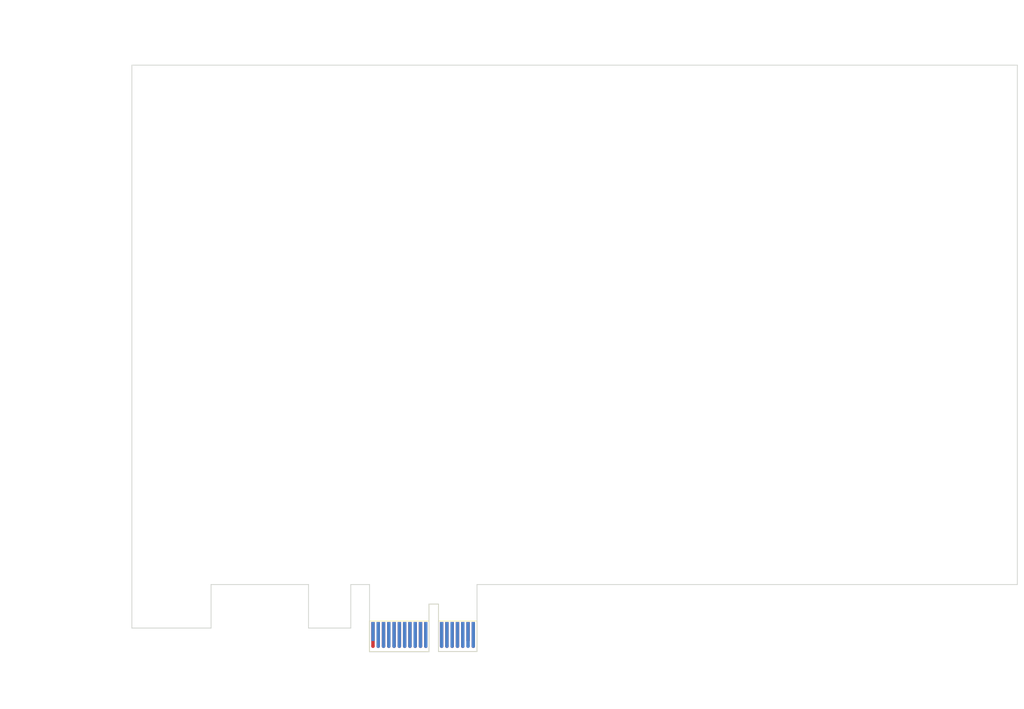
<source format=kicad_pcb>
(kicad_pcb (version 20171130) (host pcbnew "(6.0.0-rc1-dev-1412-g83d851956)")

  (general
    (thickness 1.6)
    (drawings 39)
    (tracks 0)
    (zones 0)
    (modules 3)
    (nets 1)
  )

  (page A4)
  (layers
    (0 F.Cu signal)
    (1 In1.Cu_GND power)
    (2 In2.Cu_VCC power)
    (3 In3.Cu_VCC power)
    (4 In4.Cu_GND power)
    (31 B.Cu signal)
    (32 B.Adhes user)
    (33 F.Adhes user)
    (34 B.Paste user)
    (35 F.Paste user)
    (36 B.SilkS user)
    (37 F.SilkS user)
    (38 B.Mask user)
    (39 F.Mask user)
    (40 Dwgs.User user)
    (41 Cmts.User user)
    (42 Eco1.User user)
    (43 Eco2.User user)
    (44 Edge.Cuts user)
    (45 Margin user)
    (46 B.CrtYd user)
    (47 F.CrtYd user)
    (48 B.Fab user)
    (49 F.Fab user)
  )

  (setup
    (last_trace_width 0.25)
    (trace_clearance 0.2)
    (zone_clearance 0.508)
    (zone_45_only no)
    (trace_min 0.2)
    (via_size 0.8)
    (via_drill 0.4)
    (via_min_size 0.4)
    (via_min_drill 0.3)
    (uvia_size 0.3)
    (uvia_drill 0.1)
    (uvias_allowed no)
    (uvia_min_size 0.2)
    (uvia_min_drill 0.1)
    (edge_width 0.15)
    (segment_width 0.2)
    (pcb_text_width 0.3)
    (pcb_text_size 1.5 1.5)
    (mod_edge_width 0.15)
    (mod_text_size 1 1)
    (mod_text_width 0.15)
    (pad_size 1.524 1.524)
    (pad_drill 0.762)
    (pad_to_mask_clearance 0.2)
    (solder_mask_min_width 0.25)
    (aux_axis_origin 0 0)
    (grid_origin 55 145)
    (visible_elements 7FFFFFFF)
    (pcbplotparams
      (layerselection 0x00030_ffffffff)
      (usegerberextensions false)
      (usegerberattributes false)
      (usegerberadvancedattributes false)
      (creategerberjobfile false)
      (excludeedgelayer true)
      (linewidth 0.100000)
      (plotframeref false)
      (viasonmask false)
      (mode 1)
      (useauxorigin false)
      (hpglpennumber 1)
      (hpglpenspeed 20)
      (hpglpendiameter 15.000000)
      (psnegative false)
      (psa4output false)
      (plotreference true)
      (plotvalue true)
      (plotinvisibletext false)
      (padsonsilk false)
      (subtractmaskfromsilk false)
      (outputformat 1)
      (mirror false)
      (drillshape 0)
      (scaleselection 1)
      (outputdirectory ""))
  )

  (net 0 "")

  (net_class Default "This is the default net class."
    (clearance 0.2)
    (trace_width 0.25)
    (via_dia 0.8)
    (via_drill 0.4)
    (uvia_dia 0.3)
    (uvia_drill 0.1)
  )

  (module MountingHole:MountingHole_3.2mm_M3 (layer F.Cu) (tedit 56D1B4CB) (tstamp 5CA5C55C)
    (at 62.5 140.15)
    (descr "Mounting Hole 3.2mm, no annular, M3")
    (tags "mounting hole 3.2mm no annular m3")
    (path /5CA4BBD0)
    (attr virtual)
    (fp_text reference H2 (at 0 -4.2) (layer F.SilkS) hide
      (effects (font (size 1 1) (thickness 0.15)))
    )
    (fp_text value MountingHole (at 0 4.2) (layer F.Fab)
      (effects (font (size 1 1) (thickness 0.15)))
    )
    (fp_circle (center 0 0) (end 3.45 0) (layer F.CrtYd) (width 0.05))
    (fp_circle (center 0 0) (end 3.2 0) (layer Cmts.User) (width 0.15))
    (fp_text user %R (at 0.3 0) (layer F.Fab)
      (effects (font (size 1 1) (thickness 0.15)))
    )
    (pad 1 np_thru_hole circle (at 0 0) (size 3.2 3.2) (drill 3.2) (layers *.Cu *.Mask))
  )

  (module MountingHole:MountingHole_3.2mm_M3 (layer F.Cu) (tedit 56D1B4CB) (tstamp 5CA5C888)
    (at 62.5 54.75)
    (descr "Mounting Hole 3.2mm, no annular, M3")
    (tags "mounting hole 3.2mm no annular m3")
    (path /5CA4B3D3)
    (attr virtual)
    (fp_text reference H1 (at 0 -4.2) (layer F.SilkS) hide
      (effects (font (size 1 1) (thickness 0.15)))
    )
    (fp_text value MountingHole (at 0 4.2) (layer F.Fab)
      (effects (font (size 1 1) (thickness 0.15)))
    )
    (fp_circle (center 0 0) (end 3.45 0) (layer F.CrtYd) (width 0.05))
    (fp_circle (center 0 0) (end 3.2 0) (layer Cmts.User) (width 0.15))
    (fp_text user %R (at 0.3 0) (layer F.Fab)
      (effects (font (size 1 1) (thickness 0.15)))
    )
    (pad 1 np_thru_hole circle (at 0 0) (size 3.2 3.2) (drill 3.2) (layers *.Cu *.Mask))
  )

  (module Connector_PCBEdge:BUS_PCIexpress (layer F.Cu) (tedit 5A1AAD55) (tstamp 5CA5BD91)
    (at 100.65 145.65)
    (descr "PCIexpress Bus Edge Connector")
    (tags "PCIexpress Bus Edge Connector")
    (path /5CA480EA)
    (attr virtual)
    (fp_text reference J1 (at 5.05 -3.31) (layer F.SilkS) hide
      (effects (font (size 1 1) (thickness 0.15)))
    )
    (fp_text value Bus_PCI_Express_Mini (at 0 5.4) (layer F.Fab) hide
      (effects (font (size 1 1) (thickness 0.15)))
    )
    (fp_line (start 19.95 4.05) (end -0.95 4.05) (layer F.CrtYd) (width 0.05))
    (fp_line (start 19.95 4.05) (end 19.95 -5.45) (layer F.CrtYd) (width 0.05))
    (fp_line (start -0.95 -5.45) (end -0.95 4.05) (layer F.CrtYd) (width 0.05))
    (fp_line (start -0.95 -5.45) (end 19.95 -5.45) (layer F.CrtYd) (width 0.05))
    (fp_line (start 19.7 -2) (end 19.7 3.8) (layer F.SilkS) (width 0.12))
    (fp_line (start 12.4 -2) (end 12.4 3.8) (layer F.SilkS) (width 0.12))
    (fp_line (start 12.4 3.8) (end 19.7 3.8) (layer F.SilkS) (width 0.12))
    (fp_line (start 19.7 -2) (end 12.4 -2) (layer F.SilkS) (width 0.12))
    (fp_line (start -0.7 3.8) (end -0.7 -2) (layer F.SilkS) (width 0.12))
    (fp_line (start 10.6 3.8) (end -0.7 3.8) (layer F.SilkS) (width 0.12))
    (fp_line (start 10.6 -2) (end 10.6 3.8) (layer F.SilkS) (width 0.12))
    (fp_line (start -0.7 -2) (end 10.6 -2) (layer F.SilkS) (width 0.12))
    (fp_line (start 12.4 -5.2) (end 12.4 -2) (layer F.SilkS) (width 0.12))
    (fp_line (start 10.6 -5.2) (end 12.4 -5.2) (layer F.SilkS) (width 0.12))
    (fp_line (start 10.6 -2) (end 10.6 -5.2) (layer F.SilkS) (width 0.12))
    (fp_text user %R (at 9.5 0.662) (layer F.Fab)
      (effects (font (size 1 1) (thickness 0.15)))
    )
    (pad "" connect oval (at 1 2.8 90) (size 0.65 0.65) (layers B.Cu B.Mask))
    (pad "" connect oval (at 19 2.8 90) (size 0.65 0.65) (layers B.Cu B.Mask))
    (pad "" connect oval (at 18 2.8 90) (size 0.65 0.65) (layers B.Cu B.Mask))
    (pad "" connect oval (at 13 2.8 90) (size 0.65 0.65) (layers B.Cu B.Mask))
    (pad "" connect oval (at 10 2.8 90) (size 0.65 0.65) (layers B.Cu B.Mask))
    (pad "" connect oval (at 17 2.8 90) (size 0.65 0.65) (layers B.Cu B.Mask))
    (pad "" connect oval (at 14 2.8 90) (size 0.65 0.65) (layers B.Cu B.Mask))
    (pad "" connect oval (at 2 2.8 90) (size 0.65 0.65) (layers B.Cu B.Mask))
    (pad "" connect oval (at 16 2.8 90) (size 0.65 0.65) (layers B.Cu B.Mask))
    (pad "" connect oval (at 15 2.8 90) (size 0.65 0.65) (layers B.Cu B.Mask))
    (pad "" connect oval (at 9 2.8 90) (size 0.65 0.65) (layers B.Cu B.Mask))
    (pad "" connect oval (at 8 2.8 90) (size 0.65 0.65) (layers B.Cu B.Mask))
    (pad "" connect oval (at 7 2.8 90) (size 0.65 0.65) (layers B.Cu B.Mask))
    (pad "" connect oval (at 6 2.8 90) (size 0.65 0.65) (layers B.Cu B.Mask))
    (pad "" connect oval (at 5 2.8 90) (size 0.65 0.65) (layers B.Cu B.Mask))
    (pad "" connect oval (at 4 2.8 90) (size 0.65 0.65) (layers B.Cu B.Mask))
    (pad "" connect oval (at 3 2.8 90) (size 0.65 0.65) (layers B.Cu B.Mask))
    (pad "" connect circle (at 1 2.8) (size 0.65 0.65) (layers F.Cu F.Mask))
    (pad "" connect circle (at 17 2.8) (size 0.65 0.65) (layers F.Cu F.Mask))
    (pad "" connect circle (at 16 2.8) (size 0.65 0.65) (layers F.Cu F.Mask))
    (pad "" connect circle (at 15 2.8) (size 0.65 0.65) (layers F.Cu F.Mask))
    (pad "" connect circle (at 14 2.8) (size 0.65 0.65) (layers F.Cu F.Mask))
    (pad "" connect circle (at 13 2.8) (size 0.65 0.65) (layers F.Cu F.Mask))
    (pad "" connect circle (at 0 2.8) (size 0.65 0.65) (layers F.Cu F.Mask))
    (pad "" connect circle (at 10 2.8) (size 0.65 0.65) (layers F.Cu F.Mask))
    (pad "" connect circle (at 9 2.8) (size 0.65 0.65) (layers F.Cu F.Mask))
    (pad "" connect circle (at 8 2.8) (size 0.65 0.65) (layers F.Cu F.Mask))
    (pad "" connect circle (at 7 2.8) (size 0.65 0.65) (layers F.Cu F.Mask))
    (pad "" connect circle (at 6 2.8) (size 0.65 0.65) (layers F.Cu F.Mask))
    (pad "" connect circle (at 5 2.8) (size 0.65 0.65) (layers F.Cu F.Mask))
    (pad "" connect circle (at 4 2.8) (size 0.65 0.65) (layers F.Cu F.Mask))
    (pad "" connect circle (at 3 2.8) (size 0.65 0.65) (layers F.Cu F.Mask))
    (pad "" connect circle (at 2 2.8) (size 0.65 0.65) (layers F.Cu F.Mask))
    (pad A13 connect rect (at 14 0.5) (size 0.65 4.6) (layers B.Cu B.Mask))
    (pad A12 connect rect (at 13 0.5) (size 0.65 4.6) (layers B.Cu B.Mask))
    (pad A18 connect rect (at 19 0.5) (size 0.65 4.6) (layers B.Cu B.Mask))
    (pad A17 connect rect (at 18 0.5) (size 0.65 4.6) (layers B.Cu B.Mask))
    (pad A16 connect rect (at 17 0.5) (size 0.65 4.6) (layers B.Cu B.Mask))
    (pad A15 connect rect (at 16 0.5) (size 0.65 4.6) (layers B.Cu B.Mask))
    (pad A14 connect rect (at 15 0.5) (size 0.65 4.6) (layers B.Cu B.Mask))
    (pad A11 connect rect (at 10 0.5) (size 0.65 4.6) (layers B.Cu B.Mask))
    (pad A10 connect rect (at 9 0.5) (size 0.65 4.6) (layers B.Cu B.Mask))
    (pad A9 connect rect (at 8 0.5) (size 0.65 4.6) (layers B.Cu B.Mask))
    (pad A8 connect rect (at 7 0.5) (size 0.65 4.6) (layers B.Cu B.Mask))
    (pad A7 connect rect (at 6 0.5) (size 0.65 4.6) (layers B.Cu B.Mask))
    (pad A6 connect rect (at 5 0.5) (size 0.65 4.6) (layers B.Cu B.Mask))
    (pad A5 connect rect (at 4 0.5) (size 0.65 4.6) (layers B.Cu B.Mask))
    (pad A4 connect rect (at 3 0.5) (size 0.65 4.6) (layers B.Cu B.Mask))
    (pad A3 connect rect (at 2 0.5) (size 0.65 4.6) (layers B.Cu B.Mask))
    (pad A2 connect rect (at 1 0.5) (size 0.65 4.6) (layers B.Cu B.Mask))
    (pad A1 connect rect (at 0 0) (size 0.65 3.6) (layers B.Cu B.Mask))
    (pad B13 connect rect (at 14 0.5) (size 0.65 4.6) (layers F.Cu F.Mask))
    (pad B12 connect rect (at 13 0.5) (size 0.65 4.6) (layers F.Cu F.Mask))
    (pad B18 connect rect (at 19 0.5) (size 0.65 4.6) (layers F.Cu F.Mask))
    (pad B17 connect rect (at 18 0) (size 0.65 3.6) (layers F.Cu F.Mask))
    (pad B16 connect rect (at 17 0.5) (size 0.65 4.6) (layers F.Cu F.Mask))
    (pad B15 connect rect (at 16 0.5) (size 0.65 4.6) (layers F.Cu F.Mask))
    (pad B14 connect rect (at 15 0.5) (size 0.65 4.6) (layers F.Cu F.Mask))
    (pad B11 connect rect (at 10 0.5) (size 0.65 4.6) (layers F.Cu F.Mask))
    (pad B10 connect rect (at 9 0.5) (size 0.65 4.6) (layers F.Cu F.Mask))
    (pad B9 connect rect (at 8 0.5) (size 0.65 4.6) (layers F.Cu F.Mask))
    (pad B8 connect rect (at 7 0.5) (size 0.65 4.6) (layers F.Cu F.Mask))
    (pad B7 connect rect (at 6 0.5) (size 0.65 4.6) (layers F.Cu F.Mask))
    (pad B6 connect rect (at 5 0.5) (size 0.65 4.6) (layers F.Cu F.Mask))
    (pad B5 connect rect (at 4 0.5) (size 0.65 4.6) (layers F.Cu F.Mask))
    (pad B4 connect rect (at 3 0.5) (size 0.65 4.6) (layers F.Cu F.Mask))
    (pad B3 connect rect (at 2 0.5) (size 0.65 4.6) (layers F.Cu F.Mask))
    (pad B2 connect rect (at 1 0.5) (size 0.65 4.6) (layers F.Cu F.Mask))
    (pad B1 connect rect (at 0 0.5) (size 0.65 4.6) (layers F.Cu F.Mask))
    (pad "" connect circle (at 19 2.8) (size 0.65 0.65) (layers F.Cu F.Mask))
  )

  (dimension 3 (width 0.15) (layer Dwgs.User)
    (gr_text "3.000 mm" (at 196.8 39.85 270) (layer Dwgs.User)
      (effects (font (size 1 1) (thickness 0.15)))
    )
    (feature1 (pts (xy 192.15 41.35) (xy 196.086421 41.35)))
    (feature2 (pts (xy 192.15 38.35) (xy 196.086421 38.35)))
    (crossbar (pts (xy 195.5 38.35) (xy 195.5 41.35)))
    (arrow1a (pts (xy 195.5 41.35) (xy 194.913579 40.223496)))
    (arrow1b (pts (xy 195.5 41.35) (xy 196.086421 40.223496)))
    (arrow2a (pts (xy 195.5 38.35) (xy 194.913579 39.476504)))
    (arrow2b (pts (xy 195.5 38.35) (xy 196.086421 39.476504)))
  )
  (dimension 1 (width 0.15) (layer Dwgs.User)
    (gr_text "1.000 mm" (at 189.1 38.85 270) (layer Dwgs.User)
      (effects (font (size 1 1) (thickness 0.15)))
    )
    (feature1 (pts (xy 192.15 39.35) (xy 189.813579 39.35)))
    (feature2 (pts (xy 192.15 38.35) (xy 189.813579 38.35)))
    (crossbar (pts (xy 190.4 38.35) (xy 190.4 39.35)))
    (arrow1a (pts (xy 190.4 39.35) (xy 189.813579 38.223496)))
    (arrow1b (pts (xy 190.4 39.35) (xy 190.986421 38.223496)))
    (arrow2a (pts (xy 190.4 38.35) (xy 189.813579 39.476504)))
    (arrow2b (pts (xy 190.4 38.35) (xy 190.986421 39.476504)))
  )
  (dimension 5.08 (width 0.15) (layer Dwgs.User)
    (gr_text "5.080 mm" (at 220.11 34.7) (layer Dwgs.User)
      (effects (font (size 1 1) (thickness 0.15)))
    )
    (feature1 (pts (xy 217.57 41.35) (xy 217.57 35.413579)))
    (feature2 (pts (xy 222.65 41.35) (xy 222.65 35.413579)))
    (crossbar (pts (xy 222.65 36) (xy 217.57 36)))
    (arrow1a (pts (xy 217.57 36) (xy 218.696504 35.413579)))
    (arrow1b (pts (xy 217.57 36) (xy 218.696504 36.586421)))
    (arrow2a (pts (xy 222.65 36) (xy 221.523496 35.413579)))
    (arrow2b (pts (xy 222.65 36) (xy 221.523496 36.586421)))
  )
  (dimension 7.5 (width 0.15) (layer Dwgs.User)
    (gr_text "7.50 mm" (at 58.75 53.45) (layer Dwgs.User)
      (effects (font (size 1 1) (thickness 0.15)))
    )
    (feature1 (pts (xy 55 54.75) (xy 55 54.163579)))
    (feature2 (pts (xy 62.5 54.75) (xy 62.5 54.163579)))
    (crossbar (pts (xy 62.5 54.75) (xy 55 54.75)))
    (arrow1a (pts (xy 55 54.75) (xy 56.126504 54.163579)))
    (arrow1b (pts (xy 55 54.75) (xy 56.126504 55.336421)))
    (arrow2a (pts (xy 62.5 54.75) (xy 61.373496 54.163579)))
    (arrow2b (pts (xy 62.5 54.75) (xy 61.373496 55.336421)))
  )
  (dimension 57.15 (width 0.15) (layer Dwgs.User)
    (gr_text "57.150 mm" (at 83.575 30.7) (layer Dwgs.User)
      (effects (font (size 1 1) (thickness 0.15)))
    )
    (feature1 (pts (xy 112.15 38.35) (xy 112.15 31.413579)))
    (feature2 (pts (xy 55 38.35) (xy 55 31.413579)))
    (crossbar (pts (xy 55 32) (xy 112.15 32)))
    (arrow1a (pts (xy 112.15 32) (xy 111.023496 32.586421)))
    (arrow1b (pts (xy 112.15 32) (xy 111.023496 31.413579)))
    (arrow2a (pts (xy 55 32) (xy 56.126504 32.586421)))
    (arrow2b (pts (xy 55 32) (xy 56.126504 31.413579)))
  )
  (dimension 49.65 (width 0.15) (layer Dwgs.User)
    (gr_text "49.650 mm" (at 87.325 53.45) (layer Dwgs.User)
      (effects (font (size 1 1) (thickness 0.15)))
    )
    (feature1 (pts (xy 112.15 140.15) (xy 112.15 54.163579)))
    (feature2 (pts (xy 62.5 140.15) (xy 62.5 54.163579)))
    (crossbar (pts (xy 62.5 54.75) (xy 112.15 54.75)))
    (arrow1a (pts (xy 112.15 54.75) (xy 111.023496 55.336421)))
    (arrow1b (pts (xy 112.15 54.75) (xy 111.023496 54.163579)))
    (arrow2a (pts (xy 62.5 54.75) (xy 63.626504 55.336421)))
    (arrow2b (pts (xy 62.5 54.75) (xy 63.626504 54.163579)))
  )
  (dimension 5.05 (width 0.15) (layer Dwgs.User)
    (gr_text "5.05 mm" (at 74.3 57.275 270) (layer Dwgs.User) (tstamp 5CA5CCA1)
      (effects (font (size 1 1) (thickness 0.15)))
    )
    (feature1 (pts (xy 62.5 59.8) (xy 73.586421 59.8)))
    (feature2 (pts (xy 62.5 54.75) (xy 73.586421 54.75)))
    (crossbar (pts (xy 73 54.75) (xy 73 59.8)))
    (arrow1a (pts (xy 73 59.8) (xy 72.413579 58.673496)))
    (arrow1b (pts (xy 73 59.8) (xy 73.586421 58.673496)))
    (arrow2a (pts (xy 73 54.75) (xy 72.413579 55.876504)))
    (arrow2b (pts (xy 73 54.75) (xy 73.586421 55.876504)))
  )
  (dimension 85.4 (width 0.15) (layer Dwgs.User)
    (gr_text "85.40 mm" (at 49.2 97.45 90) (layer Dwgs.User)
      (effects (font (size 1 1) (thickness 0.15)))
    )
    (feature1 (pts (xy 62.5 54.75) (xy 49.913579 54.75)))
    (feature2 (pts (xy 62.5 140.15) (xy 49.913579 140.15)))
    (crossbar (pts (xy 50.5 140.15) (xy 50.5 54.75)))
    (arrow1a (pts (xy 50.5 54.75) (xy 51.086421 55.876504)))
    (arrow1b (pts (xy 50.5 54.75) (xy 49.913579 55.876504)))
    (arrow2a (pts (xy 50.5 140.15) (xy 51.086421 139.023496)))
    (arrow2b (pts (xy 50.5 140.15) (xy 49.913579 139.023496)))
  )
  (dimension 3.85 (width 0.15) (layer Dwgs.User)
    (gr_text "3.850 mm" (at 127.55 134.825 90) (layer Dwgs.User)
      (effects (font (size 1 1) (thickness 0.15)))
    )
    (feature1 (pts (xy 130 132.9) (xy 128.263579 132.9)))
    (feature2 (pts (xy 130 136.75) (xy 128.263579 136.75)))
    (crossbar (pts (xy 128.85 136.75) (xy 128.85 132.9)))
    (arrow1a (pts (xy 128.85 132.9) (xy 129.436421 134.026504)))
    (arrow1b (pts (xy 128.85 132.9) (xy 128.263579 134.026504)))
    (arrow2a (pts (xy 128.85 136.75) (xy 129.436421 135.623496)))
    (arrow2b (pts (xy 128.85 136.75) (xy 128.263579 135.623496)))
  )
  (dimension 4.85 (width 0.15) (layer Dwgs.User)
    (gr_text "4.85 mm" (at 49.2 142.575 90) (layer Dwgs.User)
      (effects (font (size 1 1) (thickness 0.15)))
    )
    (feature1 (pts (xy 62.5 140.15) (xy 49.913579 140.15)))
    (feature2 (pts (xy 62.5 145) (xy 49.913579 145)))
    (crossbar (pts (xy 50.5 145) (xy 50.5 140.15)))
    (arrow1a (pts (xy 50.5 140.15) (xy 51.086421 141.276504)))
    (arrow1b (pts (xy 50.5 140.15) (xy 49.913579 141.276504)))
    (arrow2a (pts (xy 50.5 145) (xy 51.086421 143.873496)))
    (arrow2b (pts (xy 50.5 145) (xy 49.913579 143.873496)))
  )
  (dimension 12.7 (width 0.15) (layer Dwgs.User)
    (gr_text "12.700 mm" (at 61.35 34.7) (layer Dwgs.User)
      (effects (font (size 1 1) (thickness 0.15)))
    )
    (feature1 (pts (xy 67.7 38.35) (xy 67.7 35.413579)))
    (feature2 (pts (xy 55 38.35) (xy 55 35.413579)))
    (crossbar (pts (xy 55 36) (xy 67.7 36)))
    (arrow1a (pts (xy 67.7 36) (xy 66.573496 36.586421)))
    (arrow1b (pts (xy 67.7 36) (xy 66.573496 35.413579)))
    (arrow2a (pts (xy 55 36) (xy 56.126504 36.586421)))
    (arrow2b (pts (xy 55 36) (xy 56.126504 35.413579)))
  )
  (dimension 11.25 (width 0.15) (layer Dwgs.User)
    (gr_text "11.25 mm" (at 105.625 158.8) (layer Dwgs.User)
      (effects (font (size 1 1) (thickness 0.15)))
    )
    (feature1 (pts (xy 100 149.5) (xy 100 158.086421)))
    (feature2 (pts (xy 111.25 149.5) (xy 111.25 158.086421)))
    (crossbar (pts (xy 111.25 157.5) (xy 100 157.5)))
    (arrow1a (pts (xy 100 157.5) (xy 101.126504 156.913579)))
    (arrow1b (pts (xy 100 157.5) (xy 101.126504 158.086421)))
    (arrow2a (pts (xy 111.25 157.5) (xy 110.123496 156.913579)))
    (arrow2b (pts (xy 111.25 157.5) (xy 110.123496 158.086421)))
  )
  (dimension 3.55 (width 0.15) (layer Dwgs.User) (tstamp 5CA5BE5F)
    (gr_text "3.55 mm" (at 98.225 161) (layer Dwgs.User) (tstamp 5CA5BE60)
      (effects (font (size 1 1) (thickness 0.15)))
    )
    (feature1 (pts (xy 96.45 149.5) (xy 96.45 160.286421)))
    (feature2 (pts (xy 100 149.5) (xy 100 160.286421)))
    (crossbar (pts (xy 100 159.7) (xy 96.45 159.7)))
    (arrow1a (pts (xy 96.45 159.7) (xy 97.576504 159.113579)))
    (arrow1b (pts (xy 96.45 159.7) (xy 97.576504 160.286421)))
    (arrow2a (pts (xy 100 159.7) (xy 98.873496 159.113579)))
    (arrow2b (pts (xy 100 159.7) (xy 98.873496 160.286421)))
  )
  (dimension 80 (width 0.15) (layer Dwgs.User)
    (gr_text "80.000 mm" (at 152.15 56.05) (layer Dwgs.User) (tstamp 5CA5CEA4)
      (effects (font (size 1 1) (thickness 0.15)))
    )
    (feature1 (pts (xy 112.15 41) (xy 112.15 55.336421)))
    (feature2 (pts (xy 192.15 41) (xy 192.15 55.336421)))
    (crossbar (pts (xy 192.15 54.75) (xy 112.15 54.75)))
    (arrow1a (pts (xy 112.15 54.75) (xy 113.276504 54.163579)))
    (arrow1b (pts (xy 112.15 54.75) (xy 113.276504 55.336421)))
    (arrow2a (pts (xy 192.15 54.75) (xy 191.023496 54.163579)))
    (arrow2b (pts (xy 192.15 54.75) (xy 191.023496 55.336421)))
  )
  (gr_line (start 112.15 157) (end 112.15 34.5) (layer Dwgs.User) (width 0.15))
  (dimension 8 (width 0.15) (layer Dwgs.User)
    (gr_text "8.00 mm" (at 92.45 158.8) (layer Dwgs.User)
      (effects (font (size 1 1) (thickness 0.15)))
    )
    (feature1 (pts (xy 96.45 145) (xy 96.45 158.086421)))
    (feature2 (pts (xy 88.45 145) (xy 88.45 158.086421)))
    (crossbar (pts (xy 88.45 157.5) (xy 96.45 157.5)))
    (arrow1a (pts (xy 96.45 157.5) (xy 95.323496 158.086421)))
    (arrow1b (pts (xy 96.45 157.5) (xy 95.323496 156.913579)))
    (arrow2a (pts (xy 88.45 157.5) (xy 89.576504 158.086421)))
    (arrow2b (pts (xy 88.45 157.5) (xy 89.576504 156.913579)))
  )
  (dimension 18.45 (width 0.15) (layer Dwgs.User)
    (gr_text "18.45 mm" (at 79.225 158.8) (layer Dwgs.User)
      (effects (font (size 1 1) (thickness 0.15)))
    )
    (feature1 (pts (xy 88.45 145) (xy 88.45 158.086421)))
    (feature2 (pts (xy 70 145) (xy 70 158.086421)))
    (crossbar (pts (xy 70 157.5) (xy 88.45 157.5)))
    (arrow1a (pts (xy 88.45 157.5) (xy 87.323496 158.086421)))
    (arrow1b (pts (xy 88.45 157.5) (xy 87.323496 156.913579)))
    (arrow2a (pts (xy 70 157.5) (xy 71.126504 158.086421)))
    (arrow2b (pts (xy 70 157.5) (xy 71.126504 156.913579)))
  )
  (gr_line (start 96.45 145) (end 88.45 145) (angle 90) (layer Edge.Cuts) (width 0.15) (tstamp 5CA4BB30))
  (gr_line (start 88.45 145) (end 88.45 136.75) (layer Edge.Cuts) (width 0.15) (tstamp 5CA4BAF0))
  (gr_line (start 100 136.75) (end 96.45 136.75) (angle 90) (layer Edge.Cuts) (width 0.15) (tstamp 5CA4BAD5))
  (gr_line (start 96.45 145) (end 96.45 136.75) (layer Edge.Cuts) (width 0.15) (tstamp 5CA4BACB))
  (gr_line (start 100 149.5) (end 100 136.75) (layer Edge.Cuts) (width 0.15) (tstamp 5CA4ABA4))
  (gr_line (start 111.25 149.5) (end 100 149.5) (layer Edge.Cuts) (width 0.15))
  (gr_line (start 111.25 140.45) (end 111.25 149.5) (layer Edge.Cuts) (width 0.15))
  (gr_line (start 113.05 140.45) (end 111.25 140.45) (layer Edge.Cuts) (width 0.15))
  (gr_line (start 113.05 149.45) (end 113.05 140.45) (layer Edge.Cuts) (width 0.15))
  (gr_line (start 120.35 149.45) (end 113.05 149.45) (layer Edge.Cuts) (width 0.15))
  (gr_line (start 120.35 136.75) (end 120.35 149.45) (layer Edge.Cuts) (width 0.15))
  (gr_line (start 88.45 136.75) (end 70 136.75) (angle 90) (layer Edge.Cuts) (width 0.15) (tstamp 5CA4AB74))
  (gr_text "Fully hatched area: Keep components and traces out (Top + Bottom)" (at 220.1 87.85 90) (layer Cmts.User)
    (effects (font (size 1 1) (thickness 0.15)))
  )
  (gr_line (start 222.65 136.75) (end 120.35 136.75) (angle 90) (layer Edge.Cuts) (width 0.15) (tstamp 5CA4853A))
  (dimension 15 (width 0.15) (layer Dwgs.User)
    (gr_text "15.000 mm" (at 62.5 158.8) (layer Dwgs.User) (tstamp 5CA5C586)
      (effects (font (size 1 1) (thickness 0.15)))
    )
    (feature1 (pts (xy 55 145) (xy 55 158.086421)))
    (feature2 (pts (xy 70 145) (xy 70 158.086421)))
    (crossbar (pts (xy 70 157.5) (xy 55 157.5)))
    (arrow1a (pts (xy 55 157.5) (xy 56.126504 156.913579)))
    (arrow1b (pts (xy 55 157.5) (xy 56.126504 158.086421)))
    (arrow2a (pts (xy 70 157.5) (xy 68.873496 156.913579)))
    (arrow2b (pts (xy 70 157.5) (xy 68.873496 158.086421)))
  )
  (gr_line (start 70 136.75) (end 70 145) (angle 90) (layer Edge.Cuts) (width 0.15) (tstamp 5CA4857D))
  (dimension 106.65 (width 0.15) (layer Dwgs.User)
    (gr_text "106.65 mm" (at 33.7 91.675 90) (layer Dwgs.User)
      (effects (font (size 1 1) (thickness 0.15)))
    )
    (feature1 (pts (xy 55 38.35) (xy 34.413579 38.35)))
    (feature2 (pts (xy 55 145) (xy 34.413579 145)))
    (crossbar (pts (xy 35 145) (xy 35 38.35)))
    (arrow1a (pts (xy 35 38.35) (xy 35.586421 39.476504)))
    (arrow1b (pts (xy 35 38.35) (xy 34.413579 39.476504)))
    (arrow2a (pts (xy 35 145) (xy 35.586421 143.873496)))
    (arrow2b (pts (xy 35 145) (xy 34.413579 143.873496)))
  )
  (dimension 167.65 (width 0.15) (layer Dwgs.User)
    (gr_text "167.650 mm" (at 138.825 26.7) (layer Dwgs.User)
      (effects (font (size 1 1) (thickness 0.15)))
    )
    (feature1 (pts (xy 222.65 38.35) (xy 222.65 27.413579)))
    (feature2 (pts (xy 55 38.35) (xy 55 27.413579)))
    (crossbar (pts (xy 55 28) (xy 222.65 28)))
    (arrow1a (pts (xy 222.65 28) (xy 221.523496 28.586421)))
    (arrow1b (pts (xy 222.65 28) (xy 221.523496 27.413579)))
    (arrow2a (pts (xy 55 28) (xy 56.126504 28.586421)))
    (arrow2b (pts (xy 55 28) (xy 56.126504 27.413579)))
  )
  (gr_line (start 55 145) (end 70 145) (angle 90) (layer Edge.Cuts) (width 0.15))
  (gr_line (start 55 38.35) (end 55 145) (angle 90) (layer Edge.Cuts) (width 0.15))
  (gr_line (start 222.65 38.35) (end 55 38.35) (angle 90) (layer Edge.Cuts) (width 0.15))
  (gr_line (start 222.65 136.75) (end 222.65 38.35) (angle 90) (layer Edge.Cuts) (width 0.15))

  (zone (net 0) (net_name "") (layers F&B.Cu) (tstamp 0) (hatch full 0.508)
    (connect_pads (clearance 0.508))
    (min_thickness 0.254)
    (keepout (tracks not_allowed) (vias not_allowed) (copperpour allowed))
    (fill (arc_segments 16) (thermal_gap 0.508) (thermal_bridge_width 0.508))
    (polygon
      (pts
        (xy 55 38.35) (xy 55 59.8) (xy 67.7 59.8) (xy 67.7 39.3) (xy 192.15 39.35)
        (xy 192.15 41.35022) (xy 217.57 41.35022) (xy 217.57 135.16) (xy 120.35 135.16) (xy 120.35 136.74375)
        (xy 222.65 136.75) (xy 222.65 38.35)
      )
    )
  )
)

</source>
